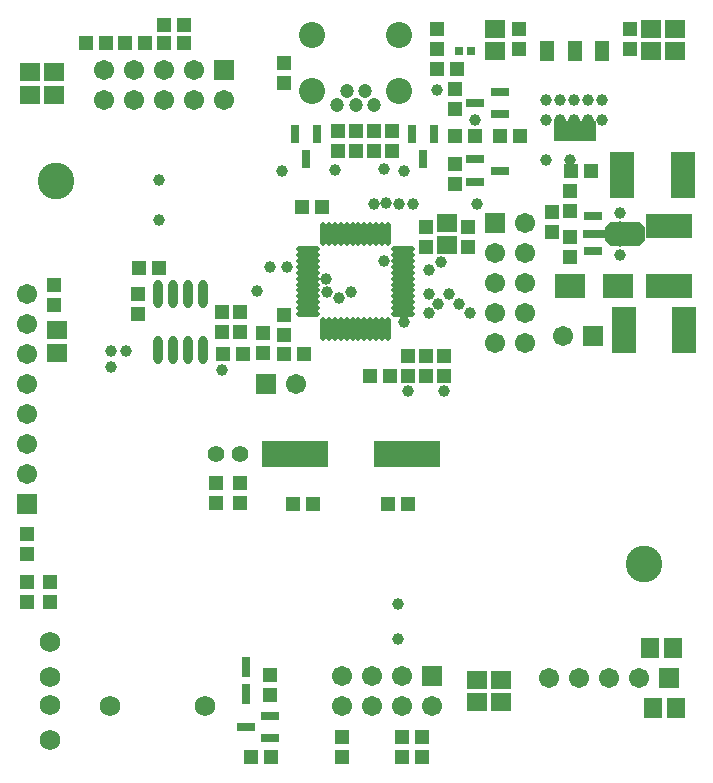
<source format=gts>
%FSDAX24Y24*%
%MOIN*%
%SFA1B1*%

%IPPOS*%
%AMD72*
4,1,8,-0.067000,0.020700,-0.067000,-0.020700,-0.046300,-0.041400,0.046300,-0.041400,0.067000,-0.020700,0.067000,0.020700,0.046300,0.041400,-0.046300,0.041400,-0.067000,0.020700,0.0*
%
%ADD55C,0.122000*%
%ADD56R,0.047400X0.051300*%
%ADD57R,0.051300X0.047400*%
%ADD58O,0.031600X0.094600*%
%ADD59R,0.031600X0.027700*%
%ADD60R,0.102500X0.078900*%
%ADD61R,0.080800X0.157600*%
%ADD62R,0.224500X0.086700*%
%ADD63R,0.059200X0.067100*%
%ADD64R,0.143800X0.069000*%
%ADD65R,0.051300X0.069000*%
%ADD66R,0.051300X0.069000*%
%ADD67R,0.067100X0.059200*%
%ADD68O,0.019800X0.078900*%
%ADD69O,0.078900X0.019800*%
%ADD70R,0.063100X0.031600*%
%ADD71R,0.078900X0.031600*%
G04~CAMADD=72~4~0.0~0.0~828.0~1340.0~0.0~207.0~0~0.0~0.0~0.0~0.0~0~0.0~0.0~0.0~0.0~0~0.0~0.0~0.0~90.0~1340.0~828.0*
%ADD72D72*%
%ADD73R,0.157600X0.080800*%
%ADD74R,0.059200X0.031600*%
%ADD75R,0.029700X0.065100*%
%ADD76R,0.031600X0.059200*%
%ADD77C,0.068000*%
%ADD78C,0.067100*%
%ADD79R,0.067100X0.067100*%
%ADD80C,0.055200*%
%ADD81R,0.067100X0.067100*%
%ADD82C,0.047400*%
%ADD83C,0.086700*%
%ADD84C,0.039500*%
%LNde-300617-1*%
%LPD*%
G54D55*
X033950Y019650D03*
X014350Y032400D03*
G54D56*
X013400Y020635D03*
Y019965D03*
X017100Y028635D03*
Y027965D03*
X021950Y036335D03*
Y035665D03*
X027050Y037485D03*
Y036815D03*
X031500Y031415D03*
Y032085D03*
Y030535D03*
Y029865D03*
X013400Y019035D03*
Y018365D03*
X014150Y019035D03*
Y018365D03*
X019700Y022335D03*
Y021665D03*
X020500Y022335D03*
Y021665D03*
X021950Y027935D03*
Y027265D03*
X021250Y026665D03*
Y027335D03*
X026700Y030215D03*
Y030885D03*
X027300Y025915D03*
Y026585D03*
X026700Y025915D03*
Y026585D03*
X026100Y025915D03*
Y026585D03*
X025900Y013885D03*
Y013215D03*
X026550Y013885D03*
Y013215D03*
X023900Y013885D03*
Y013215D03*
X014300Y028265D03*
Y028935D03*
X030900Y031385D03*
Y030715D03*
X028100Y030215D03*
Y030885D03*
X029800Y037485D03*
Y036815D03*
X033500Y037485D03*
Y036815D03*
X020500Y028035D03*
Y027365D03*
X019900Y028035D03*
Y027365D03*
X023750Y034085D03*
Y033415D03*
X025550Y034085D03*
Y033415D03*
X024950Y034085D03*
Y033415D03*
X024350Y034085D03*
Y033415D03*
X027650Y032315D03*
Y032985D03*
Y034815D03*
Y035485D03*
X021500Y015265D03*
Y015935D03*
G54D57*
X017785Y029500D03*
X017115D03*
X031515Y032750D03*
X032185D03*
X023235Y031550D03*
X022565D03*
X024815Y025900D03*
X025485D03*
X019915Y026650D03*
X020585D03*
X026085Y021646D03*
X025415D03*
X022265D03*
X022935D03*
X022635Y026650D03*
X021965D03*
X016035Y037000D03*
X015365D03*
X018635D03*
X017965D03*
X018635Y037600D03*
X017965D03*
X016665Y037000D03*
X017335D03*
X021535Y013200D03*
X020865D03*
X028335Y033900D03*
X027665D03*
X027065Y036150D03*
X027735D03*
X029165Y033900D03*
X029835D03*
G54D58*
X019250Y028645D03*
X018750D03*
X018250D03*
X017750D03*
X019250Y026755D03*
X018750D03*
X018250D03*
X017750D03*
G54D59*
X027803Y036750D03*
X028197D03*
G54D60*
X033107Y028900D03*
X031493D03*
G54D61*
X033246Y032600D03*
X035254D03*
X033296Y027450D03*
X035304D03*
G54D62*
X026070Y023300D03*
X022330D03*
G54D63*
X034924Y016850D03*
X034176D03*
X034276Y014850D03*
X035024D03*
G54D64*
X031650Y034071D03*
G54D65*
X030744Y036729D03*
X031650D03*
G54D66*
X032555Y036729D03*
G54D67*
X035000Y036726D03*
Y037474D03*
X034200Y036726D03*
Y037474D03*
X027400Y030255D03*
Y031003D03*
X014400Y027424D03*
Y026676D03*
X029000Y036726D03*
Y037474D03*
X029200Y015026D03*
Y015774D03*
X028400D03*
Y015026D03*
X013500Y036024D03*
Y035276D03*
X014300D03*
Y036024D03*
G54D68*
X023267Y027456D03*
X023464D03*
X023661D03*
X023858D03*
X024055D03*
X024252D03*
X024448D03*
X024645D03*
X024842D03*
X025039D03*
X025236D03*
X025433D03*
Y030644D03*
X025236D03*
X025039D03*
X024842D03*
X024645D03*
X024448D03*
X024252D03*
X024055D03*
X023858D03*
X023661D03*
X023464D03*
X023267D03*
G54D69*
X025944Y027967D03*
Y028164D03*
Y028361D03*
Y028558D03*
Y028755D03*
Y028952D03*
Y029148D03*
Y029345D03*
Y029542D03*
Y029739D03*
Y029936D03*
Y030133D03*
X022756D03*
Y029936D03*
Y029739D03*
Y029542D03*
Y029345D03*
Y029148D03*
Y028952D03*
Y028755D03*
Y028558D03*
Y028361D03*
Y028164D03*
Y027967D03*
G54D70*
X032252Y031241D03*
Y030059D03*
G54D71*
X032331Y030650D03*
G54D72*
X033315Y030650D03*
G54D73*
X034800Y028896D03*
Y030904D03*
G54D74*
X020687Y014200D03*
X021513Y014574D03*
Y013826D03*
X029163Y032750D03*
X028337Y032376D03*
Y033124D03*
Y035000D03*
X029163Y035374D03*
Y034626D03*
G54D75*
X020700Y015287D03*
Y016213D03*
G54D76*
X026600Y033137D03*
X026226Y033963D03*
X026974D03*
X022700Y033137D03*
X022326Y033963D03*
X023074D03*
G54D77*
X019325Y014900D03*
X016175D03*
X014150Y017041D03*
Y015859D03*
Y013759D03*
Y014941D03*
G54D78*
X013400Y028650D03*
Y027650D03*
Y026650D03*
Y025650D03*
Y024650D03*
Y023650D03*
Y022650D03*
X031250Y027250D03*
X033800Y015850D03*
X032800D03*
X031800D03*
X030800D03*
X022350Y025650D03*
X026900Y014900D03*
X025900Y015900D03*
Y014900D03*
X024900Y015900D03*
Y014900D03*
X023900Y015900D03*
Y014900D03*
X030000Y031000D03*
X029000Y030000D03*
X030000D03*
X029000Y029000D03*
X030000D03*
X029000Y028000D03*
X030000D03*
X029000Y027000D03*
X030000D03*
X019950Y035100D03*
X018950Y036100D03*
Y035100D03*
X017950Y036100D03*
Y035100D03*
X016950Y036100D03*
Y035100D03*
X015950Y036100D03*
Y035100D03*
G54D79*
X013400Y021650D03*
X029000Y031000D03*
G54D80*
X020513Y023300D03*
X019687D03*
G54D81*
X032250Y027250D03*
X034800Y015850D03*
X021350Y025650D03*
X026900Y015900D03*
X019950Y036100D03*
G54D82*
X024980Y034928D03*
X024350D03*
X023720D03*
X024650Y035400D03*
X024050D03*
G54D83*
X025787Y035400D03*
X022913D03*
X025787Y037270D03*
X022913D03*
G54D84*
X030700Y035100D03*
X032550D03*
X032088D03*
X031625D03*
X031163D03*
Y034450D03*
X031625D03*
X032088D03*
X032550D03*
X033150Y029950D03*
Y030417D03*
Y030883D03*
Y031350D03*
X026100Y025400D03*
X028400Y031650D03*
X017800Y031100D03*
X023350Y029150D03*
X019900Y026100D03*
X025750Y017150D03*
X025300Y032800D03*
X025289Y029739D03*
X027100Y028300D03*
X026800Y028000D03*
X026250Y031650D03*
X025800D03*
X025365Y031657D03*
X025950Y032750D03*
X027200Y029700D03*
X026800Y029450D03*
X025950Y027700D03*
X026800Y028650D03*
X027450D03*
X022050Y029550D03*
X021500D03*
X021050Y028750D03*
X024950Y031650D03*
X023661Y032761D03*
X023400Y028700D03*
X016200Y026200D03*
Y026750D03*
X016700D03*
X028337Y034450D03*
X030700D03*
X027050Y035450D03*
X030700Y033100D03*
X027800Y028300D03*
X028150Y028000D03*
X024200Y028700D03*
X023800Y028500D03*
X021900Y032750D03*
X027300Y025400D03*
X025750Y018300D03*
X031500Y033100D03*
X017800Y032450D03*
M02*
</source>
